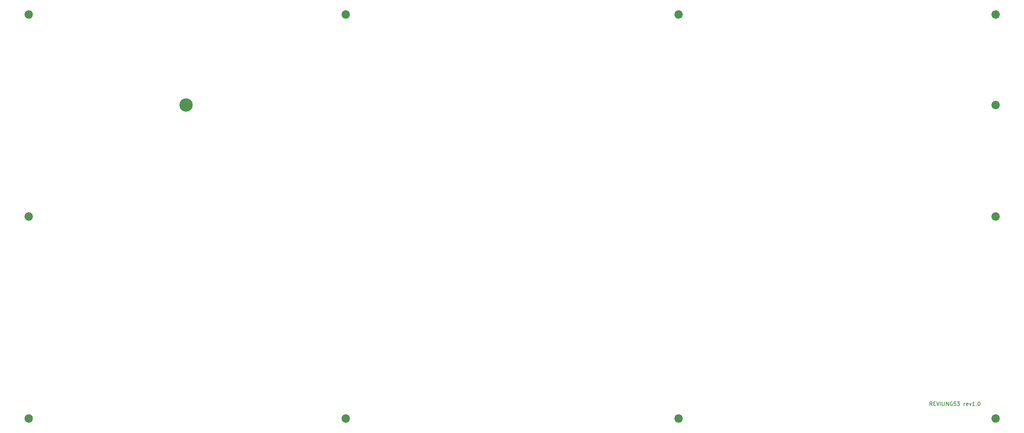
<source format=gts>
G04 #@! TF.GenerationSoftware,KiCad,Pcbnew,(5.1.9-0-10_14)*
G04 #@! TF.CreationDate,2021-12-01T15:52:12+09:00*
G04 #@! TF.ProjectId,top_plate,746f705f-706c-4617-9465-2e6b69636164,rev?*
G04 #@! TF.SameCoordinates,PX1736fe3PY23988cf*
G04 #@! TF.FileFunction,Soldermask,Top*
G04 #@! TF.FilePolarity,Negative*
%FSLAX46Y46*%
G04 Gerber Fmt 4.6, Leading zero omitted, Abs format (unit mm)*
G04 Created by KiCad (PCBNEW (5.1.9-0-10_14)) date 2021-12-01 15:52:12*
%MOMM*%
%LPD*%
G01*
G04 APERTURE LIST*
%ADD10C,0.150000*%
%ADD11C,2.200000*%
%ADD12C,3.500000*%
G04 APERTURE END LIST*
D10*
X234064524Y-99727373D02*
X233731191Y-99251183D01*
X233493096Y-99727373D02*
X233493096Y-98727373D01*
X233874048Y-98727373D01*
X233969286Y-98774993D01*
X234016905Y-98822612D01*
X234064524Y-98917850D01*
X234064524Y-99060707D01*
X234016905Y-99155945D01*
X233969286Y-99203564D01*
X233874048Y-99251183D01*
X233493096Y-99251183D01*
X234493096Y-99203564D02*
X234826429Y-99203564D01*
X234969286Y-99727373D02*
X234493096Y-99727373D01*
X234493096Y-98727373D01*
X234969286Y-98727373D01*
X235255001Y-98727373D02*
X235588334Y-99727373D01*
X235921667Y-98727373D01*
X236255001Y-99727373D02*
X236255001Y-98727373D01*
X236731191Y-98727373D02*
X236731191Y-99536897D01*
X236778810Y-99632135D01*
X236826429Y-99679754D01*
X236921667Y-99727373D01*
X237112143Y-99727373D01*
X237207381Y-99679754D01*
X237255001Y-99632135D01*
X237302620Y-99536897D01*
X237302620Y-98727373D01*
X237778810Y-99727373D02*
X237778810Y-98727373D01*
X238350239Y-99727373D01*
X238350239Y-98727373D01*
X239350239Y-98774993D02*
X239255001Y-98727373D01*
X239112143Y-98727373D01*
X238969286Y-98774993D01*
X238874048Y-98870231D01*
X238826429Y-98965469D01*
X238778810Y-99155945D01*
X238778810Y-99298802D01*
X238826429Y-99489278D01*
X238874048Y-99584516D01*
X238969286Y-99679754D01*
X239112143Y-99727373D01*
X239207381Y-99727373D01*
X239350239Y-99679754D01*
X239397858Y-99632135D01*
X239397858Y-99298802D01*
X239207381Y-99298802D01*
X240302620Y-98727373D02*
X239826429Y-98727373D01*
X239778810Y-99203564D01*
X239826429Y-99155945D01*
X239921667Y-99108326D01*
X240159762Y-99108326D01*
X240255001Y-99155945D01*
X240302620Y-99203564D01*
X240350239Y-99298802D01*
X240350239Y-99536897D01*
X240302620Y-99632135D01*
X240255001Y-99679754D01*
X240159762Y-99727373D01*
X239921667Y-99727373D01*
X239826429Y-99679754D01*
X239778810Y-99632135D01*
X240683572Y-98727373D02*
X241302620Y-98727373D01*
X240969286Y-99108326D01*
X241112143Y-99108326D01*
X241207381Y-99155945D01*
X241255001Y-99203564D01*
X241302620Y-99298802D01*
X241302620Y-99536897D01*
X241255001Y-99632135D01*
X241207381Y-99679754D01*
X241112143Y-99727373D01*
X240826429Y-99727373D01*
X240731191Y-99679754D01*
X240683572Y-99632135D01*
X242493096Y-99727373D02*
X242493096Y-99060707D01*
X242493096Y-99251183D02*
X242540715Y-99155945D01*
X242588334Y-99108326D01*
X242683572Y-99060707D01*
X242778810Y-99060707D01*
X243493096Y-99679754D02*
X243397858Y-99727373D01*
X243207381Y-99727373D01*
X243112143Y-99679754D01*
X243064524Y-99584516D01*
X243064524Y-99203564D01*
X243112143Y-99108326D01*
X243207381Y-99060707D01*
X243397858Y-99060707D01*
X243493096Y-99108326D01*
X243540715Y-99203564D01*
X243540715Y-99298802D01*
X243064524Y-99394040D01*
X243874048Y-99060707D02*
X244112143Y-99727373D01*
X244350239Y-99060707D01*
X245255001Y-99727373D02*
X244683572Y-99727373D01*
X244969286Y-99727373D02*
X244969286Y-98727373D01*
X244874048Y-98870231D01*
X244778810Y-98965469D01*
X244683572Y-99013088D01*
X245683572Y-99632135D02*
X245731191Y-99679754D01*
X245683572Y-99727373D01*
X245635953Y-99679754D01*
X245683572Y-99632135D01*
X245683572Y-99727373D01*
X246350239Y-98727373D02*
X246445477Y-98727373D01*
X246540715Y-98774993D01*
X246588334Y-98822612D01*
X246635953Y-98917850D01*
X246683572Y-99108326D01*
X246683572Y-99346421D01*
X246635953Y-99536897D01*
X246588334Y-99632135D01*
X246540715Y-99679754D01*
X246445477Y-99727373D01*
X246350239Y-99727373D01*
X246255001Y-99679754D01*
X246207381Y-99632135D01*
X246159762Y-99536897D01*
X246112143Y-99346421D01*
X246112143Y-99108326D01*
X246159762Y-98917850D01*
X246207381Y-98822612D01*
X246255001Y-98774993D01*
X246350239Y-98727373D01*
D11*
X-3109999Y-50009993D03*
X-3099999Y-103114993D03*
X80157501Y-103114993D03*
X167507501Y-103114993D03*
X250747501Y-103114993D03*
X250750001Y-50009993D03*
X250750000Y-20710000D03*
X250747501Y3095007D03*
X167499501Y3095007D03*
X80157501Y3095007D03*
X-3109999Y3095007D03*
D12*
X38200000Y-20700000D03*
M02*

</source>
